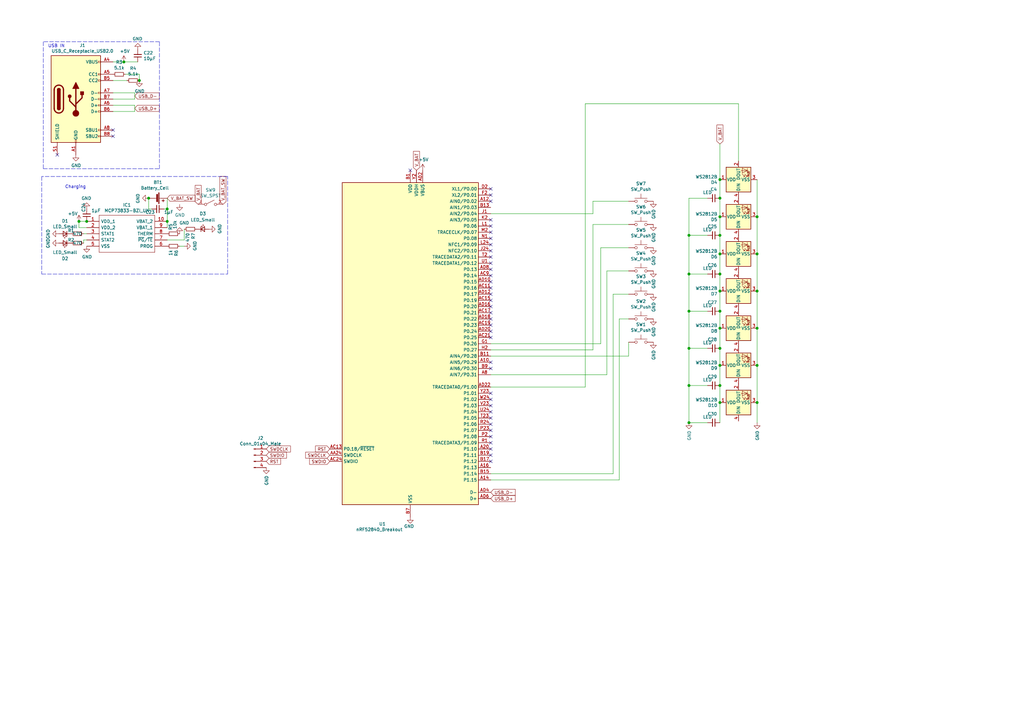
<source format=kicad_sch>
(kicad_sch (version 20210126) (generator eeschema)
  (paper "A3")
  (lib_symbols
    (symbol "Connector:Conn_01x04_Male" (pin_names (offset 1.016) hide)
      (property "Reference" "J" (at 0 5.08 0))
      (property "Value" "Conn_01x04_Male" (at 0 -7.62 0))
      (symbol "Conn_01x04_Male_1_1"
        (rectangle (start 0.8636 -4.953) (end 0 -5.207) (stroke (width 0.1524)) (fill (type outline)))
        (rectangle (start 0.8636 -2.413) (end 0 -2.667) (stroke (width 0.1524)) (fill (type outline)))
        (rectangle (start 0.8636 0.127) (end 0 -0.127) (stroke (width 0.1524)) (fill (type outline)))
        (rectangle (start 0.8636 2.667) (end 0 2.413) (stroke (width 0.1524)) (fill (type outline)))
        (polyline (pts (xy 1.27 -5.08) (xy 0.8636 -5.08)) (stroke (width 0.1524)))
        (polyline (pts (xy 1.27 -2.54) (xy 0.8636 -2.54)) (stroke (width 0.1524)))
        (polyline (pts (xy 1.27 0) (xy 0.8636 0)) (stroke (width 0.1524)))
        (polyline (pts (xy 1.27 2.54) (xy 0.8636 2.54)) (stroke (width 0.1524)))
        (pin passive line (at 5.08 2.54 180) (length 3.81) (name "Pin_1") (number "1"))
        (pin passive line (at 5.08 0 180) (length 3.81) (name "Pin_2") (number "2"))
        (pin passive line (at 5.08 -2.54 180) (length 3.81) (name "Pin_3") (number "3"))
        (pin passive line (at 5.08 -5.08 180) (length 3.81) (name "Pin_4") (number "4"))
      )
    )
    (symbol "Device:Battery_Cell" (pin_numbers hide) (pin_names (offset 0) hide)
      (property "Reference" "BT" (at 2.54 2.54 0))
      (property "Value" "Battery_Cell" (at 2.54 0 0))
      (symbol "Battery_Cell_0_1"
        (rectangle (start -2.286 1.778) (end 2.286 1.524) (fill (type outline)))
        (rectangle (start -1.5748 1.1938) (end 1.4732 0.6858) (fill (type outline)))
        (polyline (pts (xy 0 0.762) (xy 0 0)))
        (polyline (pts (xy 0 1.778) (xy 0 2.54)))
        (polyline (pts (xy 0.508 3.429) (xy 1.524 3.429)) (stroke (width 0.254)))
        (polyline (pts (xy 1.016 3.937) (xy 1.016 2.921)) (stroke (width 0.254)))
      )
      (symbol "Battery_Cell_1_1"
        (pin passive line (at 0 5.08 270) (length 2.54) (name "+") (number "1"))
        (pin passive line (at 0 -2.54 90) (length 2.54) (name "-") (number "2"))
      )
    )
    (symbol "Device:C_Small" (pin_numbers hide) (pin_names (offset 0.254) hide)
      (property "Reference" "C" (at 0.254 1.778 0))
      (property "Value" "C_Small" (at 0.254 -2.032 0))
      (symbol "C_Small_0_1"
        (polyline (pts (xy -1.524 -0.508) (xy 1.524 -0.508)) (stroke (width 0.3302)))
        (polyline (pts (xy -1.524 0.508) (xy 1.524 0.508)) (stroke (width 0.3048)))
      )
      (symbol "C_Small_1_1"
        (pin passive line (at 0 2.54 270) (length 2.032) (name "~") (number "1"))
        (pin passive line (at 0 -2.54 90) (length 2.032) (name "~") (number "2"))
      )
    )
    (symbol "Device:LED_Small" (pin_numbers hide) (pin_names (offset 0.254) hide)
      (property "Reference" "D" (at -1.27 3.175 0))
      (property "Value" "LED_Small" (at -4.445 -2.54 0))
      (symbol "LED_Small_0_1"
        (polyline (pts (xy -0.762 -1.016) (xy -0.762 1.016)) (stroke (width 0.254)))
        (polyline (pts (xy 1.016 0) (xy -0.762 0)))
        (polyline (pts (xy 0.762 -1.016) (xy -0.762 0) (xy 0.762 1.016) (xy 0.762 -1.016)) (stroke (width 0.254)))
        (polyline (pts (xy 0 0.762) (xy -0.508 1.27) (xy -0.254 1.27) (xy -0.508 1.27) (xy -0.508 1.016)))
        (polyline (pts (xy 0.508 1.27) (xy 0 1.778) (xy 0.254 1.778) (xy 0 1.778) (xy 0 1.524)))
      )
      (symbol "LED_Small_1_1"
        (pin passive line (at -2.54 0 0) (length 1.778) (name "K") (number "1"))
        (pin passive line (at 2.54 0 180) (length 1.778) (name "A") (number "2"))
      )
    )
    (symbol "Device:R_Small" (pin_numbers hide) (pin_names (offset 0.254) hide)
      (property "Reference" "R" (at 0.762 0.508 0))
      (property "Value" "R_Small" (at 0.762 -1.016 0))
      (symbol "R_Small_0_1"
        (rectangle (start -0.762 1.778) (end 0.762 -1.778) (stroke (width 0.2032)))
      )
      (symbol "R_Small_1_1"
        (pin passive line (at 0 2.54 270) (length 0.762) (name "~") (number "1"))
        (pin passive line (at 0 -2.54 90) (length 0.762) (name "~") (number "2"))
      )
    )
    (symbol "LED:WS2812B" (pin_names (offset 0.254))
      (property "Reference" "D" (at 5.08 5.715 0))
      (property "Value" "WS2812B" (at 1.27 -5.715 0))
      (symbol "WS2812B_0_0"
        (text "RGB" (at 2.286 -4.191 0) (effects (font (size 0.762 0.762))))
      )
      (symbol "WS2812B_0_1"
        (rectangle (start 5.08 5.08) (end -5.08 -5.08) (stroke (width 0.254)) (fill (type background)))
        (polyline (pts (xy 1.27 -3.556) (xy 1.778 -3.556)))
        (polyline (pts (xy 1.27 -2.54) (xy 1.778 -2.54)))
        (polyline (pts (xy 4.699 -3.556) (xy 2.667 -3.556)))
        (polyline (pts (xy 2.286 -2.54) (xy 1.27 -3.556) (xy 1.27 -3.048)))
        (polyline (pts (xy 2.286 -1.524) (xy 1.27 -2.54) (xy 1.27 -2.032)))
        (polyline (pts (xy 3.683 -1.016) (xy 3.683 -3.556) (xy 3.683 -4.064)))
        (polyline (pts (xy 4.699 -1.524) (xy 2.667 -1.524) (xy 3.683 -3.556) (xy 4.699 -1.524)))
      )
      (symbol "WS2812B_1_1"
        (pin power_in line (at 0 7.62 270) (length 2.54) (name "VDD") (number "1"))
        (pin output line (at 7.62 0 180) (length 2.54) (name "DOUT") (number "2"))
        (pin power_in line (at 0 -7.62 90) (length 2.54) (name "VSS") (number "3"))
        (pin input line (at -7.62 0 0) (length 2.54) (name "DIN") (number "4"))
      )
    )
    (symbol "LoaderParts:MCP73833-BZI_UN" (pin_names (offset 0.762))
      (property "Reference" "IC" (at 29.21 7.62 0))
      (property "Value" "MCP73833-BZI_UN" (at 29.21 5.08 0))
      (symbol "MCP73833-BZI_UN_0_0"
        (pin passive line (at 0 0 0) (length 5.08) (name "VDD_1") (number "1"))
        (pin passive line (at 33.02 0 180) (length 5.08) (name "VBAT_2") (number "10"))
        (pin passive line (at 0 -2.54 0) (length 5.08) (name "VDD_2") (number "2"))
        (pin passive line (at 0 -5.08 0) (length 5.08) (name "STAT1") (number "3"))
        (pin passive line (at 0 -7.62 0) (length 5.08) (name "STAT2") (number "4"))
        (pin passive line (at 0 -10.16 0) (length 5.08) (name "VSS") (number "5"))
        (pin passive line (at 33.02 -10.16 180) (length 5.08) (name "PROG") (number "6"))
        (pin passive line (at 33.02 -7.62 180) (length 5.08) (name "~PG~/~TE") (number "7"))
        (pin passive line (at 33.02 -5.08 180) (length 5.08) (name "THERM") (number "8"))
        (pin passive line (at 33.02 -2.54 180) (length 5.08) (name "VBAT_1") (number "9"))
      )
      (symbol "MCP73833-BZI_UN_0_1"
        (polyline (pts (xy 5.08 2.54) (xy 27.94 2.54) (xy 27.94 -12.7) (xy 5.08 -12.7) (xy 5.08 2.54)) (stroke (width 0.1524)))
      )
    )
    (symbol "MCU_Nordic:nRF52840_Breakout"
      (property "Reference" "U" (at 0 5.08 0))
      (property "Value" "nRF52840_Breakout" (at 0 2.54 0))
      (symbol "nRF52840_Breakout_0_1"
        (rectangle (start -27.94 66.04) (end 27.94 -66.04) (stroke (width 0.254)) (fill (type background)))
      )
      (symbol "nRF52840_Breakout_1_1"
        (pin bidirectional line (at 33.02 -7.62 180) (length 5.08) (name "AIN5/P0.29") (number "A10"))
        (pin bidirectional line (at 33.02 58.42 180) (length 5.08) (name "AIN0/P0.02") (number "A12"))
        (pin bidirectional line (at 33.02 -55.88 180) (length 5.08) (name "P1.15") (number "A14"))
        (pin bidirectional line (at 33.02 -50.8 180) (length 5.08) (name "P1.13") (number "A16"))
        (pin bidirectional line (at 33.02 -43.18 180) (length 5.08) (name "P1.10") (number "A20"))
        (pin passive line (at -4.445 71.12 270) (length 5.08) hide (name "VDD") (number "A22"))
        (pin bidirectional line (at 33.02 -12.7 180) (length 5.08) (name "AIN7/P0.31") (number "A8"))
        (pin input line (at -33.02 -45.72 0) (length 5.08) (name "SWDCLK") (number "AA24"))
        (pin bidirectional line (at 33.02 22.86 180) (length 5.08) (name "P0.16") (number "AC11"))
        (pin bidirectional line (at -33.02 -43.18 0) (length 5.08) (name "P0.18/~RESET") (number "AC13"))
        (pin bidirectional line (at 33.02 17.78 180) (length 5.08) (name "P0.19") (number "AC15"))
        (pin bidirectional line (at 33.02 12.7 180) (length 5.08) (name "P0.21") (number "AC17"))
        (pin bidirectional line (at 33.02 7.62 180) (length 5.08) (name "P0.23") (number "AC19"))
        (pin bidirectional line (at 33.02 2.54 180) (length 5.08) (name "P0.25") (number "AC21"))
        (pin bidirectional line (at -33.02 -48.26 0) (length 5.08) (name "SWDIO") (number "AC24"))
        (pin bidirectional line (at 33.02 27.94 180) (length 5.08) (name "P0.14") (number "AC9"))
        (pin bidirectional line (at 33.02 25.4 180) (length 5.08) (name "P0.15") (number "AD10"))
        (pin bidirectional line (at 33.02 20.32 180) (length 5.08) (name "P0.17") (number "AD12"))
        (pin passive line (at -6.985 71.12 270) (length 5.08) hide (name "VDD") (number "AD14"))
        (pin bidirectional line (at 33.02 15.24 180) (length 5.08) (name "P0.20") (number "AD16"))
        (pin bidirectional line (at 33.02 10.16 180) (length 5.08) (name "P0.22") (number "AD18"))
        (pin power_in line (at 5.08 71.12 270) (length 5.08) (name "VBUS") (number "AD2"))
        (pin bidirectional line (at 33.02 5.08 180) (length 5.08) (name "P0.24") (number "AD20"))
        (pin bidirectional line (at 33.02 -17.78 180) (length 5.08) (name "TRACEDATA0/P1.00") (number "AD22"))
        (pin passive line (at -9.525 71.12 270) (length 5.08) hide (name "VDD") (number "AD23"))
        (pin bidirectional line (at 33.02 -60.96 180) (length 5.08) (name "D-") (number "AD4"))
        (pin bidirectional line (at 33.02 -63.5 180) (length 5.08) (name "D+") (number "AD6"))
        (pin bidirectional line (at 33.02 30.48 180) (length 5.08) (name "P0.13") (number "AD8"))
        (pin power_in line (at 0 71.12 270) (length 5.08) (name "VDD") (number "B1"))
        (pin bidirectional line (at 33.02 -5.08 180) (length 5.08) (name "AIN4/P0.28") (number "B11"))
        (pin bidirectional line (at 33.02 55.88 180) (length 5.08) (name "AIN1/P0.03") (number "B13"))
        (pin bidirectional line (at 33.02 -53.34 180) (length 5.08) (name "P1.14") (number "B15"))
        (pin bidirectional line (at 33.02 -48.26 180) (length 5.08) (name "P1.12") (number "B17"))
        (pin bidirectional line (at 33.02 -45.72 180) (length 5.08) (name "P1.11") (number "B19"))
        (pin power_in line (at 0 -71.12 90) (length 5.08) (name "VSS") (number "B7"))
        (pin bidirectional line (at 33.02 -10.16 180) (length 5.08) (name "AIN6/P0.30") (number "B9"))
        (pin bidirectional line (at 33.02 63.5 180) (length 5.08) (name "XL1/P0.00") (number "D2"))
        (pin passive line (at -3.175 -71.12 90) (length 5.08) hide (name "VSS") (number "EP"))
        (pin bidirectional line (at 33.02 60.96 180) (length 5.08) (name "XL2/P0.01") (number "F2"))
        (pin bidirectional line (at 33.02 0 180) (length 5.08) (name "P0.26") (number "G1"))
        (pin bidirectional line (at 33.02 -2.54 180) (length 5.08) (name "P0.27") (number "H2"))
        (pin bidirectional line (at 33.02 53.34 180) (length 5.08) (name "AIN2/P0.04") (number "J1"))
        (pin bidirectional line (at 33.02 38.1 180) (length 5.08) (name "NFC2/P0.10") (number "J24"))
        (pin bidirectional line (at 33.02 50.8 180) (length 5.08) (name "AIN3/P0.05") (number "K2"))
        (pin bidirectional line (at 33.02 48.26 180) (length 5.08) (name "P0.06") (number "L1"))
        (pin bidirectional line (at 33.02 40.64 180) (length 5.08) (name "NFC1/P0.09") (number "L24"))
        (pin bidirectional line (at 33.02 45.72 180) (length 5.08) (name "TRACECLK/P0.07") (number "M2"))
        (pin bidirectional line (at 33.02 43.18 180) (length 5.08) (name "P0.08") (number "N1"))
        (pin bidirectional line (at 33.02 -38.1 180) (length 5.08) (name "P1.08") (number "P2"))
        (pin bidirectional line (at 33.02 -35.56 180) (length 5.08) (name "P1.07") (number "P23"))
        (pin bidirectional line (at 33.02 -40.64 180) (length 5.08) (name "TRACEDATA3/P1.09") (number "R1"))
        (pin bidirectional line (at 33.02 -33.02 180) (length 5.08) (name "P1.06") (number "R24"))
        (pin bidirectional line (at 33.02 35.56 180) (length 5.08) (name "TRACEDATA2/P0.11") (number "T2"))
        (pin bidirectional line (at 33.02 -30.48 180) (length 5.08) (name "P1.05") (number "T23"))
        (pin bidirectional line (at 33.02 33.02 180) (length 5.08) (name "TRACEDATA1/P0.12") (number "U1"))
        (pin bidirectional line (at 33.02 -27.94 180) (length 5.08) (name "P1.04") (number "U24"))
        (pin bidirectional line (at 33.02 -25.4 180) (length 5.08) (name "P1.03") (number "V23"))
        (pin passive line (at -2.54 71.12 270) (length 5.08) hide (name "VDD") (number "W1"))
        (pin bidirectional line (at 33.02 -22.86 180) (length 5.08) (name "P1.02") (number "W24"))
        (pin power_in line (at 2.54 71.12 270) (length 5.08) (name "VDDH") (number "Y2"))
        (pin bidirectional line (at 33.02 -20.32 180) (length 5.08) (name "P1.01") (number "Y23"))
      )
    )
    (symbol "MyLib:USB_C_Receptacle_USB2.0" (pin_names (offset 1.016))
      (property "Reference" "J" (at -10.16 19.05 0))
      (property "Value" "USB_C_Receptacle_USB2.0" (at 19.05 19.05 0))
      (symbol "USB_C_Receptacle_USB2.0_0_0"
        (rectangle (start -0.254 -17.78) (end 0.254 -16.764))
        (rectangle (start 10.16 -14.986) (end 9.144 -15.494))
        (rectangle (start 10.16 -12.446) (end 9.144 -12.954))
        (rectangle (start 10.16 -4.826) (end 9.144 -5.334))
        (rectangle (start 10.16 -2.286) (end 9.144 -2.794))
        (rectangle (start 10.16 0.254) (end 9.144 -0.254))
        (rectangle (start 10.16 2.794) (end 9.144 2.286))
        (rectangle (start 10.16 7.874) (end 9.144 7.366))
        (rectangle (start 10.16 10.414) (end 9.144 9.906))
        (rectangle (start 10.16 15.494) (end 9.144 14.986))
      )
      (symbol "USB_C_Receptacle_USB2.0_0_1"
        (arc (start -8.89 -3.81) (end -5.08 -3.81) (radius (at -6.985 -3.81) (length 1.905) (angles -179.9 -0.1)) (stroke (width 0.508)))
        (arc (start -7.62 -3.81) (end -6.35 -3.81) (radius (at -6.985 -3.81) (length 0.635) (angles -179.9 -0.1)) (stroke (width 0.254)))
        (arc (start -6.35 3.81) (end -7.62 3.81) (radius (at -6.985 3.81) (length 0.635) (angles 0.1 179.9)) (stroke (width 0.254)))
        (arc (start -5.08 3.81) (end -8.89 3.81) (radius (at -6.985 3.81) (length 1.905) (angles 0.1 179.9)) (stroke (width 0.508)))
        (arc (start -7.62 -3.81) (end -6.35 -3.81) (radius (at -6.985 -3.81) (length 0.635) (angles -179.9 -0.1)) (stroke (width 0.254)) (fill (type outline)))
        (arc (start -6.35 3.81) (end -7.62 3.81) (radius (at -6.985 3.81) (length 0.635) (angles 0.1 179.9)) (stroke (width 0.254)) (fill (type outline)))
        (circle (center -2.54 1.143) (radius 0.635) (stroke (width 0.254)) (fill (type outline)))
        (circle (center 0 -5.842) (radius 1.27) (fill (type outline)))
        (rectangle (start -7.62 -3.81) (end -6.35 3.81) (stroke (width 0.254)) (fill (type outline)))
        (rectangle (start 1.905 1.778) (end 3.175 3.048) (stroke (width 0.254)) (fill (type outline)))
        (rectangle (start -10.16 17.78) (end 10.16 -17.78) (stroke (width 0.254)) (fill (type background)))
        (polyline (pts (xy -8.89 -3.81) (xy -8.89 3.81)) (stroke (width 0.508)))
        (polyline (pts (xy -5.08 3.81) (xy -5.08 -3.81)) (stroke (width 0.508)))
        (polyline (pts (xy 0 -5.842) (xy 0 4.318)) (stroke (width 0.508)))
        (polyline (pts (xy 0 -3.302) (xy -2.54 -0.762) (xy -2.54 0.508)) (stroke (width 0.508)))
        (polyline (pts (xy 0 -2.032) (xy 2.54 0.508) (xy 2.54 1.778)) (stroke (width 0.508)))
        (polyline (pts (xy -1.27 4.318) (xy 0 6.858) (xy 1.27 4.318) (xy -1.27 4.318)) (stroke (width 0.254)) (fill (type outline)))
      )
      (symbol "USB_C_Receptacle_USB2.0_1_1"
        (pin power_out line (at 0 -22.86 90) (length 5.08) (name "GND") (number "A1"))
        (pin power_out line (at 15.24 15.24 180) (length 5.08) (name "VBUS") (number "A4"))
        (pin bidirectional line (at 15.24 10.16 180) (length 5.08) (name "CC1") (number "A5"))
        (pin bidirectional line (at 15.24 -2.54 180) (length 5.08) (name "D+") (number "A6"))
        (pin bidirectional line (at 15.24 2.54 180) (length 5.08) (name "D-") (number "A7"))
        (pin bidirectional line (at 15.24 -12.7 180) (length 5.08) (name "SBU1") (number "A8"))
        (pin bidirectional line (at 15.24 7.62 180) (length 5.08) (name "CC2") (number "B5"))
        (pin bidirectional line (at 15.24 -5.08 180) (length 5.08) (name "D+") (number "B6"))
        (pin bidirectional line (at 15.24 0 180) (length 5.08) (name "D-") (number "B7"))
        (pin bidirectional line (at 15.24 -15.24 180) (length 5.08) (name "SBU2") (number "B8"))
        (pin passive line (at -7.62 -22.86 90) (length 5.08) (name "SHIELD") (number "S1"))
      )
    )
    (symbol "Switch:SW_Push" (pin_numbers hide) (pin_names (offset 1.016) hide)
      (property "Reference" "SW" (at 1.27 2.54 0))
      (property "Value" "SW_Push" (at 0 -1.524 0))
      (symbol "SW_Push_0_1"
        (circle (center -2.032 0) (radius 0.508))
        (circle (center 2.032 0) (radius 0.508))
        (polyline (pts (xy 0 1.27) (xy 0 3.048)))
        (polyline (pts (xy 2.54 1.27) (xy -2.54 1.27)))
        (pin passive line (at -5.08 0 0) (length 2.54) (name "1") (number "1"))
        (pin passive line (at 5.08 0 180) (length 2.54) (name "2") (number "2"))
      )
    )
    (symbol "Switch:SW_SPST" (pin_names (offset 0) hide)
      (property "Reference" "SW" (at 0 3.175 0))
      (property "Value" "SW_SPST" (at 0 -2.54 0))
      (symbol "SW_SPST_0_0"
        (circle (center -2.032 0) (radius 0.508))
        (circle (center 2.032 0) (radius 0.508))
        (polyline (pts (xy -1.524 0.254) (xy 1.524 1.778)))
      )
      (symbol "SW_SPST_1_1"
        (pin passive line (at -5.08 0 0) (length 2.54) (name "A") (number "1"))
        (pin passive line (at 5.08 0 180) (length 2.54) (name "B") (number "2"))
      )
    )
    (symbol "power:+5V" (power) (pin_names (offset 0))
      (property "Value" "+5V" (at 0 3.556 0))
      (symbol "+5V_0_1"
        (polyline (pts (xy -0.762 1.27) (xy 0 2.54)))
        (polyline (pts (xy 0 0) (xy 0 2.54)))
        (polyline (pts (xy 0 2.54) (xy 0.762 1.27)))
      )
      (symbol "+5V_1_1"
        (pin power_in line (at 0 0 90) (length 0) hide (name "+5V") (number "1"))
      )
    )
    (symbol "power:GND" (power) (pin_names (offset 0))
      (property "Value" "GND" (at 0 -3.81 0))
      (symbol "GND_0_1"
        (polyline (pts (xy 0 0) (xy 0 -1.27) (xy 1.27 -1.27) (xy 0 -2.54) (xy -1.27 -1.27) (xy 0 -1.27)))
      )
      (symbol "GND_1_1"
        (pin power_in line (at 0 0 270) (length 0) hide (name "GND") (number "1"))
      )
    )
  )
  (junction (at 32.385 90.805) (diameter 1.016))
  (junction (at 35.56 90.805) (diameter 1.016))
  (junction (at 50.8 25.4) (diameter 1.016))
  (junction (at 57.15 33.02) (diameter 1.016))
  (junction (at 60.96 81.28) (diameter 1.016))
  (junction (at 68.58 85.725) (diameter 1.016))
  (junction (at 68.58 90.805) (diameter 1.016))
  (junction (at 282.575 96.52) (diameter 1.016))
  (junction (at 282.575 112.395) (diameter 1.016))
  (junction (at 282.575 127.635) (diameter 1.016))
  (junction (at 282.575 142.875) (diameter 1.016))
  (junction (at 282.575 158.115) (diameter 1.016))
  (junction (at 282.575 173.355) (diameter 1.016))
  (junction (at 295.275 73.66) (diameter 1.016))
  (junction (at 295.275 81.28) (diameter 1.016))
  (junction (at 295.275 88.9) (diameter 1.016))
  (junction (at 295.275 96.52) (diameter 1.016))
  (junction (at 295.275 104.14) (diameter 1.016))
  (junction (at 295.275 112.395) (diameter 1.016))
  (junction (at 295.275 119.38) (diameter 1.016))
  (junction (at 295.275 127.635) (diameter 1.016))
  (junction (at 295.275 134.62) (diameter 1.016))
  (junction (at 295.275 142.875) (diameter 1.016))
  (junction (at 295.275 149.86) (diameter 1.016))
  (junction (at 295.275 158.115) (diameter 1.016))
  (junction (at 295.275 165.1) (diameter 1.016))
  (junction (at 310.515 88.9) (diameter 1.016))
  (junction (at 310.515 104.14) (diameter 1.016))
  (junction (at 310.515 119.38) (diameter 1.016))
  (junction (at 310.515 134.62) (diameter 1.016))
  (junction (at 310.515 149.86) (diameter 1.016))
  (junction (at 310.515 165.1) (diameter 1.016))
  (no_connect (at 23.495 63.5))
  (no_connect (at 46.355 53.34))
  (no_connect (at 46.355 55.88))
  (no_connect (at 168.275 69.85))
  (no_connect (at 201.295 77.47))
  (no_connect (at 201.295 80.01))
  (no_connect (at 201.295 82.55))
  (no_connect (at 201.295 90.17))
  (no_connect (at 201.295 92.71))
  (no_connect (at 201.295 95.25))
  (no_connect (at 201.295 97.79))
  (no_connect (at 201.295 100.33))
  (no_connect (at 201.295 102.87))
  (no_connect (at 201.295 105.41))
  (no_connect (at 201.295 107.95))
  (no_connect (at 201.295 110.49))
  (no_connect (at 201.295 113.03))
  (no_connect (at 201.295 115.57))
  (no_connect (at 201.295 118.11))
  (no_connect (at 201.295 120.65))
  (no_connect (at 201.295 123.19))
  (no_connect (at 201.295 125.73))
  (no_connect (at 201.295 128.27))
  (no_connect (at 201.295 130.81))
  (no_connect (at 201.295 133.35))
  (no_connect (at 201.295 135.89))
  (no_connect (at 201.295 138.43))
  (no_connect (at 201.295 148.59))
  (no_connect (at 201.295 151.13))
  (no_connect (at 201.295 161.29))
  (no_connect (at 201.295 163.83))
  (no_connect (at 201.295 166.37))
  (no_connect (at 201.295 168.91))
  (no_connect (at 201.295 171.45))
  (no_connect (at 201.295 173.99))
  (no_connect (at 201.295 176.53))
  (no_connect (at 201.295 179.07))
  (no_connect (at 201.295 181.61))
  (no_connect (at 201.295 184.15))
  (no_connect (at 201.295 186.69))
  (no_connect (at 201.295 189.23))
  (wire (pts (xy 32.385 90.805) (xy 32.385 93.345)))
  (wire (pts (xy 32.385 90.805) (xy 35.56 90.805)))
  (wire (pts (xy 32.385 93.345) (xy 35.56 93.345)))
  (wire (pts (xy 34.29 95.885) (xy 35.56 95.885)))
  (wire (pts (xy 34.29 98.425) (xy 35.56 98.425)))
  (wire (pts (xy 34.29 99.695) (xy 34.29 98.425)))
  (wire (pts (xy 46.355 25.4) (xy 50.8 25.4)))
  (wire (pts (xy 46.355 33.02) (xy 52.07 33.02)))
  (wire (pts (xy 46.355 38.1) (xy 55.245 38.1)))
  (wire (pts (xy 46.355 40.64) (xy 55.245 40.64)))
  (wire (pts (xy 46.355 43.18) (xy 55.245 43.18)))
  (wire (pts (xy 46.355 45.72) (xy 55.245 45.72)))
  (wire (pts (xy 50.8 25.4) (xy 56.515 25.4)))
  (wire (pts (xy 51.435 30.48) (xy 57.15 30.48)))
  (wire (pts (xy 55.245 38.1) (xy 55.245 40.64)))
  (wire (pts (xy 55.245 43.18) (xy 55.245 45.72)))
  (wire (pts (xy 57.15 30.48) (xy 57.15 33.02)))
  (wire (pts (xy 60.96 85.725) (xy 60.96 81.28)))
  (wire (pts (xy 62.23 85.725) (xy 60.96 85.725)))
  (wire (pts (xy 68.58 85.725) (xy 67.31 85.725)))
  (wire (pts (xy 68.58 85.725) (xy 68.58 81.28)))
  (wire (pts (xy 68.58 85.725) (xy 68.58 90.805)))
  (wire (pts (xy 68.58 90.805) (xy 68.58 93.345)))
  (wire (pts (xy 75.565 93.98) (xy 75.565 98.425)))
  (wire (pts (xy 75.565 98.425) (xy 68.58 98.425)))
  (wire (pts (xy 75.565 100.965) (xy 73.66 100.965)))
  (wire (pts (xy 201.295 87.63) (xy 243.205 87.63)))
  (wire (pts (xy 201.295 140.97) (xy 246.38 140.97)))
  (wire (pts (xy 201.295 143.51) (xy 243.205 143.51)))
  (wire (pts (xy 201.295 146.05) (xy 257.81 146.05)))
  (wire (pts (xy 201.295 153.67) (xy 248.92 153.67)))
  (wire (pts (xy 201.295 158.75) (xy 240.03 158.75)))
  (wire (pts (xy 201.295 194.31) (xy 251.46 194.31)))
  (wire (pts (xy 201.295 196.85) (xy 254 196.85)))
  (wire (pts (xy 240.03 42.545) (xy 302.895 42.545)))
  (wire (pts (xy 240.03 158.75) (xy 240.03 42.545)))
  (wire (pts (xy 243.205 82.55) (xy 257.81 82.55)))
  (wire (pts (xy 243.205 87.63) (xy 243.205 82.55)))
  (wire (pts (xy 243.205 92.075) (xy 257.81 92.075)))
  (wire (pts (xy 243.205 143.51) (xy 243.205 92.075)))
  (wire (pts (xy 246.38 101.6) (xy 257.81 101.6)))
  (wire (pts (xy 246.38 140.97) (xy 246.38 101.6)))
  (wire (pts (xy 248.92 111.125) (xy 257.81 111.125)))
  (wire (pts (xy 248.92 153.67) (xy 248.92 111.125)))
  (wire (pts (xy 251.46 120.65) (xy 257.81 120.65)))
  (wire (pts (xy 251.46 194.31) (xy 251.46 120.65)))
  (wire (pts (xy 254 130.81) (xy 257.81 130.81)))
  (wire (pts (xy 254 196.85) (xy 254 130.81)))
  (wire (pts (xy 257.81 146.05) (xy 257.81 140.335)))
  (wire (pts (xy 282.575 96.52) (xy 282.575 81.28)))
  (wire (pts (xy 282.575 112.395) (xy 282.575 96.52)))
  (wire (pts (xy 282.575 127.635) (xy 282.575 112.395)))
  (wire (pts (xy 282.575 142.875) (xy 282.575 127.635)))
  (wire (pts (xy 282.575 158.115) (xy 282.575 142.875)))
  (wire (pts (xy 282.575 158.115) (xy 282.575 173.355)))
  (wire (pts (xy 282.575 173.355) (xy 290.195 173.355)))
  (wire (pts (xy 290.195 81.28) (xy 282.575 81.28)))
  (wire (pts (xy 290.195 96.52) (xy 282.575 96.52)))
  (wire (pts (xy 290.195 112.395) (xy 282.575 112.395)))
  (wire (pts (xy 290.195 127.635) (xy 282.575 127.635)))
  (wire (pts (xy 290.195 142.875) (xy 282.575 142.875)))
  (wire (pts (xy 290.195 158.115) (xy 282.575 158.115)))
  (wire (pts (xy 295.275 59.055) (xy 295.275 73.66)))
  (wire (pts (xy 295.275 73.66) (xy 295.275 81.28)))
  (wire (pts (xy 295.275 81.28) (xy 295.275 88.9)))
  (wire (pts (xy 295.275 88.9) (xy 295.275 96.52)))
  (wire (pts (xy 295.275 96.52) (xy 295.275 104.14)))
  (wire (pts (xy 295.275 104.14) (xy 295.275 112.395)))
  (wire (pts (xy 295.275 112.395) (xy 295.275 119.38)))
  (wire (pts (xy 295.275 119.38) (xy 295.275 127.635)))
  (wire (pts (xy 295.275 127.635) (xy 295.275 134.62)))
  (wire (pts (xy 295.275 134.62) (xy 295.275 142.875)))
  (wire (pts (xy 295.275 142.875) (xy 295.275 149.86)))
  (wire (pts (xy 295.275 149.86) (xy 295.275 158.115)))
  (wire (pts (xy 295.275 158.115) (xy 295.275 165.1)))
  (wire (pts (xy 295.275 165.1) (xy 295.275 173.355)))
  (wire (pts (xy 302.895 42.545) (xy 302.895 66.04)))
  (wire (pts (xy 310.515 73.66) (xy 310.515 88.9)))
  (wire (pts (xy 310.515 88.9) (xy 310.515 104.14)))
  (wire (pts (xy 310.515 104.14) (xy 310.515 119.38)))
  (wire (pts (xy 310.515 119.38) (xy 310.515 134.62)))
  (wire (pts (xy 310.515 134.62) (xy 310.515 149.86)))
  (wire (pts (xy 310.515 149.86) (xy 310.515 165.1)))
  (wire (pts (xy 310.515 165.1) (xy 310.515 173.355)))
  (polyline (pts (xy 17.145 72.39) (xy 17.145 112.395)) (stroke (width 0) (type dash)))
  (polyline (pts (xy 17.145 112.395) (xy 93.345 112.395)) (stroke (width 0) (type dash)))
  (polyline (pts (xy 17.78 17.145) (xy 17.78 69.215)) (stroke (width 0) (type dash)))
  (polyline (pts (xy 17.78 69.215) (xy 65.405 69.215)) (stroke (width 0) (type dash)))
  (polyline (pts (xy 65.405 17.145) (xy 17.78 17.145)) (stroke (width 0) (type dash)))
  (polyline (pts (xy 65.405 69.215) (xy 65.405 17.145)) (stroke (width 0) (type dash)))
  (polyline (pts (xy 93.345 72.39) (xy 17.145 72.39)) (stroke (width 0) (type dash)))
  (polyline (pts (xy 93.345 112.395) (xy 93.345 72.39)) (stroke (width 0) (type dash)))
  (text "USB IN" (at 19.685 19.685 0) (effects (font (size 1.27 1.27)) (justify left bottom)))
  (text "Charging" (at 26.67 77.47 0) (effects (font (size 1.27 1.27)) (justify left bottom)))
  (global_label "USB_D-" (shape input) (at 55.245 39.37 0) (property "Intersheet References" "${INTERSHEET_REFS}" (effects hide)))
  (global_label "USB_D+" (shape input) (at 55.245 44.45 0) (property "Intersheet References" "${INTERSHEET_REFS}" (effects hide)))
  (global_label "V_BAT_SW" (shape input) (at 68.58 81.28 0) (property "Intersheet References" "${INTERSHEET_REFS}" (effects hide)))
  (global_label "V_BAT" (shape input) (at 81.28 83.82 90) (property "Intersheet References" "${INTERSHEET_REFS}" (effects hide)))
  (global_label "V_BAT_SW" (shape input) (at 91.44 83.82 90) (property "Intersheet References" "${INTERSHEET_REFS}" (effects hide)))
  (global_label "SWDCLK" (shape input) (at 109.22 184.15 0) (property "Intersheet References" "${INTERSHEET_REFS}" (effects hide)))
  (global_label "SWDIO" (shape input) (at 109.22 186.69 0) (property "Intersheet References" "${INTERSHEET_REFS}" (effects hide)))
  (global_label "RST" (shape input) (at 109.22 189.23 0) (property "Intersheet References" "${INTERSHEET_REFS}" (effects hide)))
  (global_label "RST" (shape input) (at 135.255 184.15 180) (property "Intersheet References" "${INTERSHEET_REFS}" (effects hide)))
  (global_label "SWDCLK" (shape input) (at 135.255 186.69 180) (property "Intersheet References" "${INTERSHEET_REFS}" (effects hide)))
  (global_label "SWDIO" (shape input) (at 135.255 189.23 180) (property "Intersheet References" "${INTERSHEET_REFS}" (effects hide)))
  (global_label "V_BAT" (shape input) (at 170.815 69.85 90) (property "Intersheet References" "${INTERSHEET_REFS}" (effects hide)))
  (global_label "USB_D-" (shape input) (at 201.295 201.93 0) (property "Intersheet References" "${INTERSHEET_REFS}" (effects hide)))
  (global_label "USB_D+" (shape input) (at 201.295 204.47 0) (property "Intersheet References" "${INTERSHEET_REFS}" (effects hide)))
  (global_label "V_BAT" (shape input) (at 295.275 59.055 90) (property "Intersheet References" "${INTERSHEET_REFS}" (effects hide)))
  (symbol (lib_id "power:+5V") (at 32.385 90.805 0) (unit 1)
    (property "Reference" "#PWR04" (effects hide))
    (property "Value" "+5V" (at 29.845 87.63 0))
  )
  (symbol (lib_id "power:+5V") (at 50.8 25.4 0) (unit 1)
    (property "Reference" "#PWR07" (effects hide))
    (property "Value" "+5V" (at 51.181 21.0058 0))
  )
  (symbol (lib_id "power:+5V") (at 173.355 69.85 0) (unit 1)
    (property "Reference" "#PWR0111" (effects hide))
    (property "Value" "+5V" (at 173.736 65.4558 0))
  )
  (symbol (lib_id "power:GND") (at 24.13 95.885 270) (unit 1)
    (property "Reference" "#PWR01" (effects hide))
    (property "Value" "GND" (at 19.7358 96.012 0))
  )
  (symbol (lib_id "power:GND") (at 24.13 99.695 270) (unit 1)
    (property "Reference" "#PWR02" (effects hide))
    (property "Value" "GND" (at 19.7358 99.822 0))
  )
  (symbol (lib_id "power:GND") (at 31.115 63.5 0) (unit 1)
    (property "Reference" "#PWR03" (effects hide))
    (property "Value" "GND" (at 31.242 67.8942 0))
  )
  (symbol (lib_id "power:GND") (at 35.56 85.725 180) (unit 1)
    (property "Reference" "#PWR05" (effects hide))
    (property "Value" "GND" (at 35.433 81.3308 0))
  )
  (symbol (lib_id "power:GND") (at 35.56 100.965 0) (unit 1)
    (property "Reference" "#PWR06" (effects hide))
    (property "Value" "GND" (at 35.687 105.3592 0))
  )
  (symbol (lib_id "power:GND") (at 56.515 20.32 180) (unit 1)
    (property "Reference" "#PWR08" (effects hide))
    (property "Value" "GND" (at 56.388 15.9258 0))
  )
  (symbol (lib_id "power:GND") (at 57.15 33.02 0) (unit 1)
    (property "Reference" "#PWR09" (effects hide))
    (property "Value" "GND" (at 57.277 37.4142 0))
  )
  (symbol (lib_id "power:GND") (at 60.96 81.28 270) (unit 1)
    (property "Reference" "#PWR010" (effects hide))
    (property "Value" "GND" (at 56.5658 81.407 0))
  )
  (symbol (lib_id "power:GND") (at 73.66 83.82 0) (unit 1)
    (property "Reference" "#PWR0110" (effects hide))
    (property "Value" "GND" (at 73.787 88.2142 0))
  )
  (symbol (lib_id "power:GND") (at 73.66 95.885 180) (unit 1)
    (property "Reference" "#PWR011" (effects hide))
    (property "Value" "GND" (at 75.565 91.44 0))
  )
  (symbol (lib_id "power:GND") (at 75.565 100.965 90) (unit 1)
    (property "Reference" "#PWR012" (effects hide))
    (property "Value" "GND" (at 79.9592 100.838 0))
  )
  (symbol (lib_id "power:GND") (at 85.725 93.98 90) (unit 1)
    (property "Reference" "#PWR013" (effects hide))
    (property "Value" "GND" (at 90.1192 93.853 0))
  )
  (symbol (lib_id "power:GND") (at 109.22 191.77 0) (unit 1)
    (property "Reference" "#PWR014" (effects hide))
    (property "Value" "GND" (at 109.347 195.0212 90) (effects (justify right)))
  )
  (symbol (lib_id "power:GND") (at 168.275 212.09 0) (unit 1)
    (property "Reference" "#PWR0101" (effects hide))
    (property "Value" "GND" (at 167.767 215.8492 0))
  )
  (symbol (lib_id "power:GND") (at 267.97 82.55 0) (unit 1)
    (property "Reference" "#PWR0104" (effects hide))
    (property "Value" "GND" (at 268.097 85.8012 90) (effects (justify right)))
  )
  (symbol (lib_id "power:GND") (at 267.97 92.075 0) (unit 1)
    (property "Reference" "#PWR0102" (effects hide))
    (property "Value" "GND" (at 268.097 95.3262 90) (effects (justify right)))
  )
  (symbol (lib_id "power:GND") (at 267.97 101.6 0) (unit 1)
    (property "Reference" "#PWR0103" (effects hide))
    (property "Value" "GND" (at 268.097 104.8512 90) (effects (justify right)))
  )
  (symbol (lib_id "power:GND") (at 267.97 111.125 0) (unit 1)
    (property "Reference" "#PWR0106" (effects hide))
    (property "Value" "GND" (at 268.097 114.3762 90) (effects (justify right)))
  )
  (symbol (lib_id "power:GND") (at 267.97 120.65 0) (unit 1)
    (property "Reference" "#PWR0105" (effects hide))
    (property "Value" "GND" (at 268.097 123.9012 90) (effects (justify right)))
  )
  (symbol (lib_id "power:GND") (at 267.97 130.81 0) (unit 1)
    (property "Reference" "#PWR0107" (effects hide))
    (property "Value" "GND" (at 268.097 134.0612 90) (effects (justify right)))
  )
  (symbol (lib_id "power:GND") (at 267.97 140.335 0) (unit 1)
    (property "Reference" "#PWR030" (effects hide))
    (property "Value" "GND" (at 268.097 143.5862 90) (effects (justify right)))
  )
  (symbol (lib_id "power:GND") (at 282.575 173.355 0) (unit 1)
    (property "Reference" "#PWR0108" (effects hide))
    (property "Value" "GND" (at 282.702 176.6062 90) (effects (justify right)))
  )
  (symbol (lib_id "power:GND") (at 310.515 173.355 0) (unit 1)
    (property "Reference" "#PWR0109" (effects hide))
    (property "Value" "GND" (at 310.642 176.6062 90) (effects (justify right)))
  )
  (symbol (lib_id "Device:R_Small") (at 31.75 95.885 90) (unit 1)
    (property "Reference" "R1" (at 30.48 94.615 90) (effects (justify left)))
    (property "Value" "470" (at 33.655 95.885 90) (effects (justify left)))
    (property "Footprint" "Resistor_SMD:R_0603_1608Metric_Pad0.98x0.95mm_HandSolder" (effects hide))
  )
  (symbol (lib_id "Device:R_Small") (at 31.75 99.695 90) (unit 1)
    (property "Reference" "R2" (at 30.48 98.425 90) (effects (justify left)))
    (property "Value" "470" (at 33.655 99.695 90) (effects (justify left)))
    (property "Footprint" "Resistor_SMD:R_0603_1608Metric_Pad0.98x0.95mm_HandSolder" (effects hide))
  )
  (symbol (lib_id "Device:R_Small") (at 48.895 30.48 90) (unit 1)
    (property "Reference" "R3" (at 48.895 25.5016 90))
    (property "Value" "5.1k" (at 48.895 27.813 90))
    (property "Footprint" "Resistor_SMD:R_0603_1608Metric_Pad0.98x0.95mm_HandSolder" (effects hide))
  )
  (symbol (lib_id "Device:R_Small") (at 54.61 33.02 90) (unit 1)
    (property "Reference" "R4" (at 54.61 28.0416 90))
    (property "Value" "5.1k" (at 54.61 30.353 90))
    (property "Footprint" "Resistor_SMD:R_0603_1608Metric_Pad0.98x0.95mm_HandSolder" (effects hide))
  )
  (symbol (lib_id "Device:R_Small") (at 71.12 95.885 90) (unit 1)
    (property "Reference" "R5" (at 69.9516 94.3864 0) (effects (justify left)))
    (property "Value" "10k" (at 71.755 93.98 0) (effects (justify left)))
    (property "Footprint" "Resistor_SMD:R_0402_1005Metric_Pad0.72x0.64mm_HandSolder" (effects hide))
  )
  (symbol (lib_id "Device:R_Small") (at 71.12 100.965 270) (unit 1)
    (property "Reference" "R6" (at 72.2884 102.4636 0) (effects (justify left)))
    (property "Value" "1k" (at 69.977 102.4636 0) (effects (justify left)))
    (property "Footprint" "Resistor_SMD:R_0402_1005Metric_Pad0.72x0.64mm_HandSolder" (effects hide))
  )
  (symbol (lib_id "Device:R_Small") (at 78.105 93.98 270) (unit 1)
    (property "Reference" "R7" (at 79.2734 95.4786 0) (effects (justify left)))
    (property "Value" "470" (at 76.962 95.4786 0) (effects (justify left)))
    (property "Footprint" "Resistor_SMD:R_0603_1608Metric_Pad0.98x0.95mm_HandSolder" (effects hide))
  )
  (symbol (lib_id "Device:LED_Small") (at 26.67 95.885 180) (unit 1)
    (property "Reference" "D1" (at 26.67 90.6272 0))
    (property "Value" "LED_Small" (at 26.67 92.9386 0))
    (property "Footprint" "LED_SMD:LED_0603_1608Metric_Pad1.05x0.95mm_HandSolder" (effects hide))
  )
  (symbol (lib_id "Device:LED_Small") (at 26.67 99.695 180) (unit 1)
    (property "Reference" "D2" (at 26.67 106.045 0))
    (property "Value" "LED_Small" (at 26.67 103.505 0))
    (property "Footprint" "LED_SMD:LED_0603_1608Metric_Pad1.05x0.95mm_HandSolder" (effects hide))
  )
  (symbol (lib_id "Device:LED_Small") (at 83.185 93.98 0) (unit 1)
    (property "Reference" "D3" (at 83.185 87.63 0))
    (property "Value" "LED_Small" (at 83.185 90.17 0))
    (property "Footprint" "LED_SMD:LED_0603_1608Metric_Pad1.05x0.95mm_HandSolder" (effects hide))
  )
  (symbol (lib_id "Device:C_Small") (at 35.56 88.265 180) (unit 1)
    (property "Reference" "C24" (at 34.29 86.995 90) (effects (justify right)))
    (property "Value" "1µF" (at 37.465 86.36 0) (effects (justify right)))
    (property "Footprint" "Capacitor_SMD:C_0402_1005Metric_Pad0.74x0.62mm_HandSolder" (effects hide))
  )
  (symbol (lib_id "Device:C_Small") (at 56.515 22.86 180) (unit 1)
    (property "Reference" "C22" (at 58.8518 21.6916 0) (effects (justify right)))
    (property "Value" "10µF" (at 58.8518 24.003 0) (effects (justify right)))
    (property "Footprint" "Capacitor_SMD:C_0805_2012Metric_Pad1.18x1.45mm_HandSolder" (effects hide))
  )
  (symbol (lib_id "Device:C_Small") (at 64.77 85.725 270) (unit 1)
    (property "Reference" "C23" (at 63.5 86.995 90) (effects (justify right)))
    (property "Value" "1µF" (at 71.12 86.995 90) (effects (justify right)))
    (property "Footprint" "Capacitor_SMD:C_0402_1005Metric_Pad0.74x0.62mm_HandSolder" (effects hide))
  )
  (symbol (lib_id "Device:C_Small") (at 292.735 81.28 270) (unit 1)
    (property "Reference" "C4" (at 294.107 77.673 90) (effects (justify right)))
    (property "Value" "LED" (at 291.973 78.943 90) (effects (justify right)))
    (property "Footprint" "Capacitor_SMD:C_0603_1608Metric_Pad1.08x0.95mm_HandSolder" (effects hide))
  )
  (symbol (lib_id "Device:C_Small") (at 292.735 96.52 270) (unit 1)
    (property "Reference" "C25" (at 294.107 92.913 90) (effects (justify right)))
    (property "Value" "LED" (at 291.973 94.183 90) (effects (justify right)))
    (property "Footprint" "Capacitor_SMD:C_0603_1608Metric_Pad1.08x0.95mm_HandSolder" (effects hide))
  )
  (symbol (lib_id "Device:C_Small") (at 292.735 112.395 270) (unit 1)
    (property "Reference" "C26" (at 294.107 108.788 90) (effects (justify right)))
    (property "Value" "LED" (at 291.973 110.058 90) (effects (justify right)))
    (property "Footprint" "Capacitor_SMD:C_0603_1608Metric_Pad1.08x0.95mm_HandSolder" (effects hide))
  )
  (symbol (lib_id "Device:C_Small") (at 292.735 127.635 270) (unit 1)
    (property "Reference" "C27" (at 294.107 124.028 90) (effects (justify right)))
    (property "Value" "LED" (at 291.973 125.298 90) (effects (justify right)))
    (property "Footprint" "Capacitor_SMD:C_0603_1608Metric_Pad1.08x0.95mm_HandSolder" (effects hide))
  )
  (symbol (lib_id "Device:C_Small") (at 292.735 142.875 270) (unit 1)
    (property "Reference" "C28" (at 294.107 139.268 90) (effects (justify right)))
    (property "Value" "LED" (at 291.973 140.538 90) (effects (justify right)))
    (property "Footprint" "Capacitor_SMD:C_0603_1608Metric_Pad1.08x0.95mm_HandSolder" (effects hide))
  )
  (symbol (lib_id "Device:C_Small") (at 292.735 158.115 270) (unit 1)
    (property "Reference" "C29" (at 294.107 154.508 90) (effects (justify right)))
    (property "Value" "LED" (at 291.973 155.778 90) (effects (justify right)))
    (property "Footprint" "Capacitor_SMD:C_0603_1608Metric_Pad1.08x0.95mm_HandSolder" (effects hide))
  )
  (symbol (lib_id "Device:C_Small") (at 292.735 173.355 270) (unit 1)
    (property "Reference" "C30" (at 294.107 169.748 90) (effects (justify right)))
    (property "Value" "LED" (at 291.973 171.018 90) (effects (justify right)))
    (property "Footprint" "Capacitor_SMD:C_0603_1608Metric_Pad1.08x0.95mm_HandSolder" (effects hide))
  )
  (symbol (lib_id "Switch:SW_SPST") (at 86.36 83.82 0) (unit 1)
    (property "Reference" "SW9" (at 86.36 77.9588 0))
    (property "Value" "SW_SPST" (at 86.36 80.2575 0))
    (property "Footprint" "Button_Switch_THT:SW_DIP_SPSTx02_Slide_6.7x6.64mm_W7.62mm_P2.54mm_LowProfile" (effects hide))
  )
  (symbol (lib_id "Device:Battery_Cell") (at 63.5 81.28 270) (unit 1)
    (property "Reference" "BT1" (at 64.77 74.803 90))
    (property "Value" "Battery_Cell" (at 63.5 77.1144 90))
    (property "Footprint" "Battery:BatteryHolder_MPD_BH-18650-PC2" (effects hide))
  )
  (symbol (lib_id "Switch:SW_Push") (at 262.89 82.55 0) (unit 1)
    (property "Reference" "SW7" (at 262.89 75.311 0))
    (property "Value" "SW_Push" (at 262.89 77.6224 0))
    (property "Footprint" "schematic:SW_PG1350" (effects hide))
  )
  (symbol (lib_id "Switch:SW_Push") (at 262.89 92.075 0) (unit 1)
    (property "Reference" "SW6" (at 262.89 84.836 0))
    (property "Value" "SW_Push" (at 262.89 87.1474 0))
    (property "Footprint" "schematic:SW_PG1350" (effects hide))
  )
  (symbol (lib_id "Switch:SW_Push") (at 262.89 101.6 0) (unit 1)
    (property "Reference" "SW5" (at 262.89 94.361 0))
    (property "Value" "SW_Push" (at 262.89 96.6724 0))
    (property "Footprint" "schematic:SW_PG1350" (effects hide))
  )
  (symbol (lib_id "Switch:SW_Push") (at 262.89 111.125 0) (unit 1)
    (property "Reference" "SW4" (at 262.89 103.886 0))
    (property "Value" "SW_Push" (at 262.89 106.1974 0))
    (property "Footprint" "schematic:SW_PG1350" (effects hide))
  )
  (symbol (lib_id "Switch:SW_Push") (at 262.89 120.65 0) (unit 1)
    (property "Reference" "SW3" (at 262.89 113.411 0))
    (property "Value" "SW_Push" (at 262.89 115.7224 0))
    (property "Footprint" "schematic:SW_PG1350" (effects hide))
  )
  (symbol (lib_id "Switch:SW_Push") (at 262.89 130.81 0) (unit 1)
    (property "Reference" "SW2" (at 262.89 123.571 0))
    (property "Value" "SW_Push" (at 262.89 125.8824 0))
    (property "Footprint" "schematic:SW_PG1350" (effects hide))
  )
  (symbol (lib_id "Switch:SW_Push") (at 262.89 140.335 0) (unit 1)
    (property "Reference" "SW1" (at 262.89 133.096 0))
    (property "Value" "SW_Push" (at 262.89 135.4074 0))
    (property "Footprint" "schematic:SW_PG1350" (effects hide))
  )
  (symbol (lib_id "Connector:Conn_01x04_Male") (at 104.14 186.69 0) (unit 1)
    (property "Reference" "J2" (at 106.8324 179.6858 0))
    (property "Value" "Conn_01x04_Male" (at 106.8324 181.9845 0))
    (property "Footprint" "Connector_PinHeader_2.54mm:PinHeader_1x04_P2.54mm_Vertical" (effects hide))
  )
  (symbol (lib_id "LED:WS2812B") (at 302.895 73.66 90) (unit 1)
    (property "Reference" "D4" (at 294.2589 74.8094 90) (effects (justify left)))
    (property "Value" "WS2812B" (at 294.2589 72.5107 90) (effects (justify left)))
    (property "Footprint" "LED_SMD:LED_WS2812B_PLCC4_2.2x2.2mm" (effects hide))
    (property "Datasheet" "https://cdn-shop.adafruit.com/datasheets/WS2812B.pdf" (effects hide))
  )
  (symbol (lib_id "LED:WS2812B") (at 302.895 88.9 90) (unit 1)
    (property "Reference" "D5" (at 294.2589 90.0494 90) (effects (justify left)))
    (property "Value" "WS2812B" (at 294.2589 87.7507 90) (effects (justify left)))
    (property "Footprint" "LED_SMD:LED_WS2812B_PLCC4_2.2x2.2mm" (effects hide))
    (property "Datasheet" "https://cdn-shop.adafruit.com/datasheets/WS2812B.pdf" (effects hide))
  )
  (symbol (lib_id "LED:WS2812B") (at 302.895 104.14 90) (unit 1)
    (property "Reference" "D6" (at 294.2589 105.2894 90) (effects (justify left)))
    (property "Value" "WS2812B" (at 294.2589 102.9907 90) (effects (justify left)))
    (property "Footprint" "LED_SMD:LED_WS2812B_PLCC4_2.2x2.2mm" (effects hide))
    (property "Datasheet" "https://cdn-shop.adafruit.com/datasheets/WS2812B.pdf" (effects hide))
  )
  (symbol (lib_id "LED:WS2812B") (at 302.895 119.38 90) (unit 1)
    (property "Reference" "D7" (at 294.2589 120.5294 90) (effects (justify left)))
    (property "Value" "WS2812B" (at 294.2589 118.2307 90) (effects (justify left)))
    (property "Footprint" "LED_SMD:LED_WS2812B_PLCC4_2.2x2.2mm" (effects hide))
    (property "Datasheet" "https://cdn-shop.adafruit.com/datasheets/WS2812B.pdf" (effects hide))
  )
  (symbol (lib_id "LED:WS2812B") (at 302.895 134.62 90) (unit 1)
    (property "Reference" "D8" (at 294.2589 135.7694 90) (effects (justify left)))
    (property "Value" "WS2812B" (at 294.2589 133.4707 90) (effects (justify left)))
    (property "Footprint" "LED_SMD:LED_WS2812B_PLCC4_2.2x2.2mm" (effects hide))
    (property "Datasheet" "https://cdn-shop.adafruit.com/datasheets/WS2812B.pdf" (effects hide))
  )
  (symbol (lib_id "LED:WS2812B") (at 302.895 149.86 90) (unit 1)
    (property "Reference" "D9" (at 294.2589 151.0094 90) (effects (justify left)))
    (property "Value" "WS2812B" (at 294.2589 148.7107 90) (effects (justify left)))
    (property "Footprint" "LED_SMD:LED_WS2812B_PLCC4_2.2x2.2mm" (effects hide))
    (property "Datasheet" "https://cdn-shop.adafruit.com/datasheets/WS2812B.pdf" (effects hide))
  )
  (symbol (lib_id "LED:WS2812B") (at 302.895 165.1 90) (unit 1)
    (property "Reference" "D10" (at 294.2589 166.2494 90) (effects (justify left)))
    (property "Value" "WS2812B" (at 294.2589 163.9507 90) (effects (justify left)))
    (property "Footprint" "LED_SMD:LED_WS2812B_PLCC4_2.2x2.2mm" (effects hide))
    (property "Datasheet" "https://cdn-shop.adafruit.com/datasheets/WS2812B.pdf" (effects hide))
  )
  (symbol (lib_id "LoaderParts:MCP73833-BZI_UN") (at 35.56 90.805 0) (unit 1)
    (property "Reference" "IC1" (at 52.07 84.074 0))
    (property "Value" "MCP73833-BZI_UN" (at 52.07 86.3854 0))
    (property "Footprint" "Package_SO:MSOP-10_3x3mm_P0.5mm" (effects hide))
    (property "Datasheet" "http://ww1.microchip.com/downloads/en/DeviceDoc/22005a.pdf" (effects hide))
    (property "Description" "Microchip MCP73833-BZI/UN, Lithium-Ion, Lithium-Polymer, Li Ion Charger IC, 1A 10-Pin, MSOP" (effects hide))
    (property "Height" "1.1" (effects hide))
    (property "Mouser Part Number" "579-MCP73833-BZI/UN" (effects hide))
    (property "Mouser Price/Stock" "https://www.mouser.co.uk/ProductDetail/Microchip-Technology/MCP73833-BZI-UN?qs=Fxu3fLyJv8d49%252BPUqubvQw%3D%3D" (effects hide))
    (property "Manufacturer_Name" "Microchip" (effects hide))
    (property "Manufacturer_Part_Number" "MCP73833-BZI/UN" (effects hide))
  )
  (symbol (lib_id "MyLib:USB_C_Receptacle_USB2.0") (at 31.115 40.64 0) (unit 1)
    (property "Reference" "J1" (at 33.8328 18.6182 0))
    (property "Value" "USB_C_Receptacle_USB2.0" (at 33.8328 20.9296 0))
    (property "Footprint" "Connector_USB:USB_C_Receptacle_Amphenol_12401548E4-2A" (effects hide))
    (property "Datasheet" "https://www.usb.org/sites/default/files/documents/usb_type-c.zip" (effects hide))
  )
  (symbol (lib_id "MCU_Nordic:nRF52840_Breakout") (at 168.275 140.97 0) (unit 1)
    (property "Reference" "U1" (at 156.845 214.8904 0))
    (property "Value" "nRF52840_Breakout" (at 155.575 217.1891 0))
    (property "Footprint" "schematic:nRF52840_Breakout" (effects hide))
    (property "Datasheet" "http://infocenter.nordicsemi.com/topic/com.nordic.infocenter.nrf52/dita/nrf52/chips/nrf52840.html" (effects hide))
  )
)
</source>
